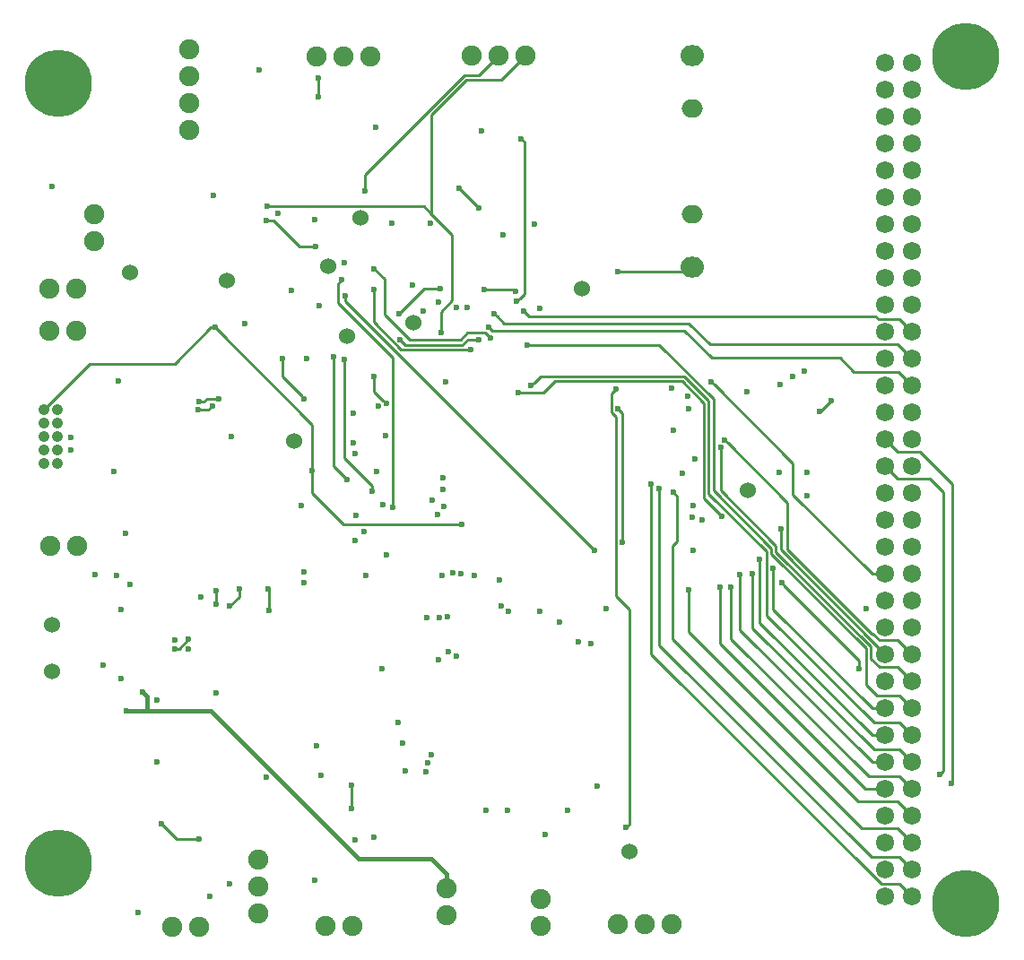
<source format=gbr>
G04 #@! TF.FileFunction,Copper,L4,Bot,Signal*
%FSLAX46Y46*%
G04 Gerber Fmt 4.6, Leading zero omitted, Abs format (unit mm)*
G04 Created by KiCad (PCBNEW 4.0.4-stable) date Thursday, April 19, 2018 'PMt' 11:46:15 PM*
%MOMM*%
%LPD*%
G01*
G04 APERTURE LIST*
%ADD10C,0.100000*%
%ADD11C,6.350000*%
%ADD12C,1.900000*%
%ADD13C,1.720000*%
%ADD14C,1.524000*%
%ADD15O,2.200000X1.950000*%
%ADD16O,2.000000X1.700000*%
%ADD17C,1.050000*%
%ADD18C,0.600000*%
%ADD19C,0.400000*%
%ADD20C,0.250000*%
G04 APERTURE END LIST*
D10*
D11*
X190810000Y-105090000D03*
D12*
X124000000Y-106000000D03*
X124000000Y-103460000D03*
X124000000Y-100920000D03*
D13*
X183190000Y-25710000D03*
X183190000Y-28250000D03*
X183190000Y-30790000D03*
X183190000Y-33330000D03*
X183190000Y-35870000D03*
X183190000Y-38410000D03*
X183190000Y-40950000D03*
X183190000Y-43490000D03*
X183190000Y-46030000D03*
X183190000Y-48570000D03*
X183190000Y-51110000D03*
X183190000Y-53650000D03*
X183190000Y-56190000D03*
X183190000Y-58730000D03*
X183190000Y-61270000D03*
X183190000Y-63810000D03*
X183190000Y-66350000D03*
X183190000Y-68890000D03*
X183190000Y-71430000D03*
X183190000Y-73970000D03*
X183190000Y-76510000D03*
X183190000Y-79050000D03*
X183190000Y-81590000D03*
X183190000Y-84130000D03*
X183190000Y-86670000D03*
X183190000Y-89210000D03*
X183190000Y-91750000D03*
X183190000Y-94290000D03*
X183190000Y-96830000D03*
X183190000Y-99370000D03*
X183190000Y-101910000D03*
X183190000Y-104450000D03*
X185730000Y-25710000D03*
X185730000Y-28250000D03*
X185730000Y-30790000D03*
X185730000Y-33330000D03*
X185730000Y-35870000D03*
X185730000Y-38410000D03*
X185730000Y-40950000D03*
X185730000Y-43490000D03*
X185730000Y-46030000D03*
X185730000Y-48570000D03*
X185730000Y-51110000D03*
X185730000Y-53650000D03*
X185730000Y-56190000D03*
X185730000Y-58730000D03*
X185730000Y-61270000D03*
X185730000Y-63810000D03*
X185730000Y-66350000D03*
X185730000Y-68890000D03*
X185730000Y-71430000D03*
X185730000Y-73970000D03*
X185730000Y-76510000D03*
X185730000Y-79050000D03*
X185730000Y-81590000D03*
X185730000Y-84130000D03*
X185730000Y-86670000D03*
X185730000Y-89210000D03*
X185730000Y-91750000D03*
X185730000Y-94290000D03*
X185730000Y-96830000D03*
X185730000Y-99370000D03*
X185730000Y-101910000D03*
X185730000Y-104450000D03*
D12*
X141732000Y-103632000D03*
X141732000Y-106172000D03*
X163000000Y-107000000D03*
X160460000Y-107000000D03*
X157920000Y-107000000D03*
X130302000Y-107188000D03*
X132842000Y-107188000D03*
X118420000Y-107300000D03*
X115880000Y-107300000D03*
D14*
X104500000Y-83200000D03*
X104500000Y-78800000D03*
D12*
X117500000Y-29520000D03*
X117500000Y-26980000D03*
X117500000Y-24440000D03*
X117500000Y-32060000D03*
X134540000Y-25075000D03*
X132000000Y-25075000D03*
X129460000Y-25075000D03*
X144120000Y-25000000D03*
X146660000Y-25000000D03*
X149200000Y-25000000D03*
X104340000Y-71310000D03*
X106880000Y-71310000D03*
X108500000Y-42500000D03*
X108500000Y-39960000D03*
D14*
X154520000Y-47050000D03*
X170250000Y-66040000D03*
X133650000Y-40350000D03*
X138600000Y-50200000D03*
X130550000Y-44870000D03*
X127380000Y-61400000D03*
X132360000Y-51480000D03*
X121000000Y-46250000D03*
D12*
X104230000Y-47000000D03*
X106770000Y-47000000D03*
D11*
X105080000Y-27620000D03*
X105080000Y-101280000D03*
X190810000Y-25080000D03*
D12*
X150622000Y-107188000D03*
X150622000Y-104648000D03*
D15*
X165000000Y-45000000D03*
X165000000Y-25000000D03*
D16*
X165000000Y-40000000D03*
X165000000Y-30000000D03*
D17*
X105000000Y-63540000D03*
X105000000Y-62270000D03*
X105000000Y-61000000D03*
X105000000Y-59730000D03*
X105000000Y-58460000D03*
X103730000Y-63540000D03*
X103730000Y-62270000D03*
X103730000Y-61000000D03*
X103730000Y-59730000D03*
X103730000Y-58460000D03*
D14*
X159010000Y-100180000D03*
D12*
X104230000Y-51000000D03*
X106770000Y-51000000D03*
D14*
X111840000Y-45490000D03*
D18*
X165213703Y-63133639D03*
X135315166Y-58092706D03*
X133999983Y-69983592D03*
X135700000Y-82900000D03*
X155956000Y-93980000D03*
X135130000Y-64320000D03*
X150610000Y-48903970D03*
X173270000Y-56070000D03*
X132131655Y-44540975D03*
X129280000Y-40490000D03*
X124765018Y-93154982D03*
X106270000Y-62270000D03*
X114460000Y-91740000D03*
X173170000Y-64340000D03*
X145510000Y-96250000D03*
X147560000Y-96250000D03*
X142670298Y-48756071D03*
X139600894Y-49128749D03*
X133135264Y-62619826D03*
X128550000Y-53630000D03*
X133239433Y-68420566D03*
X122718827Y-50283768D03*
X143735010Y-48808134D03*
X132970000Y-61580000D03*
X111497067Y-70158608D03*
X106270000Y-61040000D03*
X142691320Y-81689238D03*
X141952924Y-81275289D03*
X134135010Y-74128998D03*
X129480000Y-90160000D03*
X121280000Y-103260000D03*
X153162000Y-96266000D03*
X137830000Y-92560000D03*
X165091002Y-67476117D03*
X154241744Y-80364004D03*
X165005360Y-68606778D03*
X165875815Y-68817044D03*
X164501194Y-57159447D03*
X156817223Y-77226570D03*
X150546842Y-77527153D03*
X164603987Y-58381605D03*
X155357698Y-80499445D03*
X129770000Y-48660000D03*
X127140000Y-47210000D03*
X133100000Y-70790000D03*
X133000000Y-58800000D03*
X164040000Y-64420000D03*
X150060000Y-40940000D03*
X140280000Y-40810000D03*
X119760000Y-38240000D03*
X121450000Y-61020000D03*
X110809885Y-55749348D03*
X111537875Y-86896960D03*
X113028111Y-85089137D03*
X111880000Y-74970000D03*
X108610000Y-74010000D03*
X110600000Y-74110000D03*
X119993505Y-85230887D03*
X111000000Y-83800000D03*
X111000000Y-77300000D03*
X118548521Y-76098232D03*
X109377085Y-82609551D03*
X114450000Y-85880000D03*
X175800000Y-66600000D03*
X175800000Y-64400000D03*
X128300000Y-74740000D03*
X128300000Y-73770000D03*
X124923501Y-75346058D03*
X124977567Y-77407051D03*
X104500009Y-37320000D03*
X110390000Y-64300000D03*
X128090000Y-67480000D03*
X170130000Y-56750000D03*
X163039162Y-56375010D03*
X145110000Y-32150000D03*
X119441007Y-104428973D03*
X151080000Y-98550000D03*
X147067473Y-41924234D03*
X141033922Y-48282383D03*
X125890161Y-39914990D03*
X136049234Y-60893309D03*
X135787670Y-67374790D03*
X135105017Y-31796872D03*
X124090000Y-26360000D03*
X165058631Y-71755498D03*
X134874000Y-98806000D03*
X152400000Y-78486000D03*
X136630000Y-40870000D03*
X133096000Y-99060000D03*
X141046261Y-82064873D03*
X138590000Y-46650000D03*
X129286000Y-102870000D03*
X163196176Y-60349925D03*
X148316325Y-47242425D03*
X145335664Y-47111885D03*
X141195964Y-47035737D03*
X157970000Y-45420000D03*
X137260000Y-49410000D03*
X132806478Y-93955078D03*
X132820000Y-96110000D03*
X139787438Y-92615071D03*
X141060000Y-78050000D03*
X189420000Y-93770000D03*
X139980781Y-91838774D03*
X141859843Y-78033600D03*
X188350000Y-92870000D03*
X137225930Y-87960172D03*
X139890000Y-78050000D03*
X137644189Y-89962072D03*
X136059988Y-72114429D03*
X131880000Y-46200000D03*
X173344234Y-69713470D03*
X136710000Y-67700000D03*
X140907774Y-68359030D03*
X172604600Y-73407898D03*
X142353098Y-73860422D03*
X171354589Y-72605755D03*
X141335314Y-74068034D03*
X169493351Y-74012138D03*
X120040000Y-75560000D03*
X120040000Y-76840000D03*
X167590000Y-75230000D03*
X168600114Y-75233580D03*
X146763681Y-74555010D03*
X164629867Y-75471476D03*
X163150000Y-66240000D03*
X161857080Y-65914989D03*
X161103344Y-65464978D03*
X112670000Y-105970000D03*
X114868467Y-97555031D03*
X118380000Y-98990000D03*
X158710000Y-97920000D03*
X157750000Y-56470000D03*
X145899260Y-51683449D03*
X134940022Y-45135173D03*
X134872062Y-47108213D03*
X144068607Y-52795577D03*
X132158017Y-47672638D03*
X129410000Y-42990000D03*
X124740000Y-40540000D03*
X155730000Y-71755498D03*
X144842663Y-51799433D03*
X137388051Y-51811949D03*
X144840000Y-39370000D03*
X142990000Y-37530000D03*
X129670000Y-28910000D03*
X129630000Y-27150000D03*
X148381350Y-48229033D03*
X148830000Y-32830000D03*
X157950000Y-58390000D03*
X158380000Y-71010000D03*
X134737873Y-66107874D03*
X132150000Y-53670000D03*
X134060000Y-37770000D03*
X124791948Y-39258052D03*
X141249988Y-51171990D03*
X118274773Y-58469633D03*
X119694118Y-58062521D03*
X136084990Y-57875010D03*
X134948443Y-55303960D03*
X120231741Y-57384532D03*
X118423416Y-57683551D03*
X129930000Y-92980000D03*
X147574000Y-77470000D03*
X129098432Y-64173212D03*
X119940000Y-50690000D03*
X143238701Y-69248322D03*
X128310811Y-57406519D03*
X126240000Y-53620000D03*
X132344612Y-65039698D03*
X131080000Y-53460000D03*
X122184184Y-75364080D03*
X121290012Y-76990000D03*
X173418170Y-74801039D03*
X180725001Y-82884271D03*
X144350000Y-74140000D03*
X174481901Y-55269535D03*
X141503833Y-67598959D03*
X175573504Y-54756479D03*
X140439555Y-66964919D03*
X178100000Y-57600000D03*
X177000000Y-58600000D03*
X181406039Y-77213961D03*
X166776296Y-55807635D03*
X141715912Y-55834651D03*
X149052204Y-49152994D03*
X146258281Y-49347044D03*
X145785459Y-50690239D03*
X170653710Y-73965273D03*
X143145238Y-73972377D03*
X167751817Y-68473966D03*
X148510216Y-56847951D03*
X146935776Y-76987621D03*
X140290846Y-91046393D03*
X141442583Y-64905699D03*
X168048528Y-61294979D03*
X141442583Y-65976364D03*
X167654473Y-61995523D03*
X149399586Y-52330000D03*
X149734668Y-56189988D03*
X117399264Y-81075000D03*
X116100000Y-80200000D03*
X117399264Y-80150000D03*
X116100000Y-81025000D03*
D19*
X111962139Y-86896960D02*
X111537875Y-86896960D01*
X113443040Y-86896960D02*
X111962139Y-86896960D01*
X113450000Y-86890000D02*
X113443040Y-86896960D01*
X113328110Y-85389136D02*
X113028111Y-85089137D01*
X113450000Y-85511026D02*
X113328110Y-85389136D01*
X113450000Y-86890000D02*
X113450000Y-85511026D01*
X113450000Y-86890000D02*
X119490000Y-86890000D01*
X119490000Y-86890000D02*
X133490000Y-100890000D01*
X133490000Y-100890000D02*
X140333502Y-100890000D01*
X140333502Y-100890000D02*
X141732000Y-102288498D01*
X141732000Y-102288498D02*
X141732000Y-103632000D01*
D20*
X124977567Y-75400124D02*
X124923501Y-75346058D01*
X124977567Y-77407051D02*
X124977567Y-75400124D01*
X148185785Y-47111885D02*
X148316325Y-47242425D01*
X145335664Y-47111885D02*
X148185785Y-47111885D01*
X140771700Y-47035737D02*
X141195964Y-47035737D01*
X139634263Y-47035737D02*
X140771700Y-47035737D01*
X137260000Y-49410000D02*
X139634263Y-47035737D01*
X157970000Y-45420000D02*
X164580000Y-45420000D01*
X164580000Y-45420000D02*
X165000000Y-45000000D01*
X132820000Y-96110000D02*
X132820000Y-93968600D01*
X132820000Y-93968600D02*
X132806478Y-93955078D01*
X189510000Y-65490000D02*
X189510000Y-93680000D01*
X189510000Y-93680000D02*
X189420000Y-93770000D01*
X186475001Y-62455001D02*
X189510000Y-65490000D01*
X183190000Y-61270000D02*
X184375001Y-62455001D01*
X184375001Y-62455001D02*
X186475001Y-62455001D01*
X188630000Y-66190000D02*
X188630000Y-92590000D01*
X188630000Y-92590000D02*
X188350000Y-92870000D01*
X187435001Y-64995001D02*
X188630000Y-66190000D01*
X183190000Y-63810000D02*
X184375001Y-64995001D01*
X184375001Y-64995001D02*
X187435001Y-64995001D01*
X136710000Y-67700000D02*
X136710000Y-53520000D01*
X131533015Y-48343015D02*
X131533015Y-46546985D01*
X136710000Y-53520000D02*
X131533015Y-48343015D01*
X131533015Y-46546985D02*
X131880000Y-46200000D01*
X173344234Y-70137734D02*
X173344234Y-69713470D01*
X173344234Y-71688814D02*
X173344234Y-70137734D01*
X183190000Y-81590000D02*
X182330001Y-80730001D01*
X182330001Y-80674581D02*
X173344234Y-71688814D01*
X182330001Y-80730001D02*
X182330001Y-80674581D01*
X183190000Y-86670000D02*
X181973777Y-86670000D01*
X181973777Y-86670000D02*
X172604600Y-77300823D01*
X172604600Y-77300823D02*
X172604600Y-73832162D01*
X172604600Y-73832162D02*
X172604600Y-73407898D01*
X183190000Y-89210000D02*
X181973777Y-89210000D01*
X181973777Y-89210000D02*
X171354589Y-78590812D01*
X171354589Y-78590812D02*
X171354589Y-73030019D01*
X171354589Y-73030019D02*
X171354589Y-72605755D01*
X169493351Y-74012138D02*
X169493351Y-74436402D01*
X169493351Y-74436402D02*
X169490000Y-74439753D01*
X169490000Y-79266223D02*
X181973777Y-91750000D01*
X169490000Y-74439753D02*
X169490000Y-79266223D01*
X181973777Y-91750000D02*
X183190000Y-91750000D01*
X120040000Y-76840000D02*
X120040000Y-75560000D01*
X167590000Y-75230000D02*
X167590000Y-75654264D01*
X167590000Y-75654264D02*
X167576918Y-75667346D01*
X167576918Y-75667346D02*
X167576918Y-80544497D01*
X183190000Y-94290000D02*
X181322421Y-94290000D01*
X181322421Y-94290000D02*
X167576918Y-80544497D01*
X184544999Y-93104999D02*
X181610968Y-93104999D01*
X185730000Y-94290000D02*
X184544999Y-93104999D01*
X168600114Y-75657844D02*
X168600114Y-75233580D01*
X181610968Y-93104999D02*
X168600114Y-80094145D01*
X168600114Y-80094145D02*
X168600114Y-75657844D01*
X185730000Y-96830000D02*
X184375001Y-95475001D01*
X164629867Y-79456863D02*
X164629867Y-75895740D01*
X184375001Y-95475001D02*
X180648005Y-95475001D01*
X180648005Y-95475001D02*
X164629867Y-79456863D01*
X164629867Y-75895740D02*
X164629867Y-75471476D01*
X163150000Y-66240000D02*
X163546868Y-66636868D01*
X163546868Y-66636868D02*
X163546868Y-70890821D01*
X163546868Y-70890821D02*
X163094976Y-71342713D01*
X163094976Y-71342713D02*
X163094976Y-80118736D01*
X163094976Y-80118736D02*
X180991241Y-98015001D01*
X180991241Y-98015001D02*
X184375001Y-98015001D01*
X184375001Y-98015001D02*
X184544999Y-98184999D01*
X184544999Y-98184999D02*
X185730000Y-99370000D01*
X185730000Y-101910000D02*
X184544999Y-100724999D01*
X184544999Y-100724999D02*
X181866274Y-100724999D01*
X181866274Y-100724999D02*
X161857080Y-80715805D01*
X161857080Y-66339253D02*
X161857080Y-65914989D01*
X161857080Y-80715805D02*
X161857080Y-66339253D01*
X161103344Y-81577146D02*
X161103344Y-65889242D01*
X161103344Y-65889242D02*
X161103344Y-65464978D01*
X182791197Y-103264999D02*
X161103344Y-81577146D01*
X185730000Y-104450000D02*
X184544999Y-103264999D01*
X184544999Y-103264999D02*
X182791197Y-103264999D01*
X115168466Y-97855030D02*
X114868467Y-97555031D01*
X118380000Y-98990000D02*
X116303436Y-98990000D01*
X116303436Y-98990000D02*
X115168466Y-97855030D01*
X159030000Y-77340000D02*
X159030000Y-94730000D01*
X159030000Y-97600000D02*
X159030000Y-94730000D01*
X159030000Y-94730000D02*
X159030000Y-95100000D01*
X158710000Y-97920000D02*
X159030000Y-97600000D01*
X157750000Y-76060000D02*
X159030000Y-77340000D01*
X157750000Y-59115004D02*
X157750000Y-76060000D01*
X157324998Y-58690002D02*
X157750000Y-59115004D01*
X157324998Y-56895002D02*
X157324998Y-58690002D01*
X157750000Y-56470000D02*
X157324998Y-56895002D01*
X134940022Y-45135173D02*
X135884256Y-46079407D01*
X135884256Y-49424256D02*
X138257000Y-51797000D01*
X135884256Y-46079407D02*
X135884256Y-49424256D01*
X138257000Y-51797000D02*
X143133000Y-51797000D01*
X143133000Y-51797000D02*
X143755569Y-51174431D01*
X143755569Y-51174431D02*
X145390242Y-51174431D01*
X145390242Y-51174431D02*
X145899260Y-51683449D01*
X134872062Y-50180964D02*
X134872062Y-47532477D01*
X137486675Y-52795577D02*
X134872062Y-50180964D01*
X144068607Y-52795577D02*
X137486675Y-52795577D01*
X134872062Y-47532477D02*
X134872062Y-47108213D01*
X132158017Y-48183515D02*
X132158017Y-48096902D01*
X155730000Y-71755498D02*
X132158017Y-48183515D01*
X132158017Y-48096902D02*
X132158017Y-47672638D01*
X124740000Y-40540000D02*
X125447002Y-40540000D01*
X125447002Y-40540000D02*
X127897002Y-42990000D01*
X127897002Y-42990000D02*
X129410000Y-42990000D01*
X144418399Y-51799433D02*
X144842663Y-51799433D01*
X143236400Y-52330011D02*
X143766978Y-51799433D01*
X137388051Y-51811949D02*
X137906113Y-52330011D01*
X137906113Y-52330011D02*
X143236400Y-52330011D01*
X143766978Y-51799433D02*
X144418399Y-51799433D01*
X142990000Y-37530000D02*
X144830000Y-39370000D01*
X144830000Y-39370000D02*
X144840000Y-39370000D01*
X129630000Y-27150000D02*
X129630000Y-28870000D01*
X129630000Y-28870000D02*
X129670000Y-28910000D01*
X148830000Y-32830000D02*
X149129999Y-33129999D01*
X149129999Y-47480384D02*
X148681349Y-47929034D01*
X149129999Y-33129999D02*
X149129999Y-47480384D01*
X148681349Y-47929034D02*
X148381350Y-48229033D01*
X129610000Y-25225000D02*
X129460000Y-25075000D01*
X158380000Y-71010000D02*
X158380000Y-58820000D01*
X158380000Y-58820000D02*
X157950000Y-58390000D01*
X144820000Y-26840000D02*
X146660000Y-25000000D01*
X134060000Y-37770000D02*
X134060000Y-36230000D01*
X134060000Y-36230000D02*
X143450000Y-26840000D01*
X143450000Y-26840000D02*
X144820000Y-26840000D01*
X132150000Y-53670000D02*
X132150000Y-63046343D01*
X134737873Y-65683610D02*
X134737873Y-66107874D01*
X132150000Y-63046343D02*
X134737873Y-65634216D01*
X134737873Y-65634216D02*
X134737873Y-65683610D01*
X146909990Y-27290010D02*
X149200000Y-25000000D01*
X143636400Y-27290010D02*
X146909990Y-27290010D01*
X140348192Y-39950000D02*
X140348192Y-30578218D01*
X140348192Y-30578218D02*
X143636400Y-27290010D01*
X140348192Y-39950000D02*
X142287001Y-41888809D01*
X142287001Y-41888809D02*
X142287001Y-48149770D01*
X142287001Y-48149770D02*
X141249988Y-49186783D01*
X141249988Y-50747726D02*
X141249988Y-51171990D01*
X141249988Y-49186783D02*
X141249988Y-50747726D01*
X140348192Y-39950000D02*
X139656244Y-39258052D01*
X139656244Y-39258052D02*
X125216212Y-39258052D01*
X125216212Y-39258052D02*
X124791948Y-39258052D01*
X118699037Y-58469633D02*
X118274773Y-58469633D01*
X119694118Y-58062521D02*
X119287006Y-58469633D01*
X119287006Y-58469633D02*
X118699037Y-58469633D01*
X134948443Y-56738463D02*
X135784991Y-57575011D01*
X135784991Y-57575011D02*
X136084990Y-57875010D01*
X134948443Y-55303960D02*
X134948443Y-56738463D01*
X119807477Y-57384532D02*
X120231741Y-57384532D01*
X119146699Y-57384532D02*
X119807477Y-57384532D01*
X118423416Y-57683551D02*
X118847680Y-57683551D01*
X118847680Y-57683551D02*
X119146699Y-57384532D01*
X129098432Y-64173212D02*
X129098432Y-66351247D01*
X129098432Y-66351247D02*
X131995507Y-69248322D01*
X131995507Y-69248322D02*
X143238701Y-69248322D01*
X116075736Y-54130000D02*
X108060000Y-54130000D01*
X108060000Y-54130000D02*
X103730000Y-58460000D01*
X119940000Y-50690000D02*
X119515736Y-50690000D01*
X119515736Y-50690000D02*
X116075736Y-54130000D01*
X119940000Y-50690000D02*
X129098432Y-59848432D01*
X129098432Y-59848432D02*
X129098432Y-64173212D01*
X126240000Y-53620000D02*
X126240000Y-55335708D01*
X128010812Y-57106520D02*
X128310811Y-57406519D01*
X126240000Y-55335708D02*
X128010812Y-57106520D01*
X132044613Y-64739699D02*
X132344612Y-65039698D01*
X131080000Y-63775086D02*
X132044613Y-64739699D01*
X131080000Y-53460000D02*
X131080000Y-63775086D01*
X122184184Y-76095828D02*
X122184184Y-75788344D01*
X121290012Y-76990000D02*
X122184184Y-76095828D01*
X122184184Y-75788344D02*
X122184184Y-75364080D01*
X173718169Y-75101038D02*
X173418170Y-74801039D01*
X180725001Y-82884271D02*
X180725001Y-82107870D01*
X180725001Y-82107870D02*
X173718169Y-75101038D01*
X177000000Y-58600000D02*
X177100000Y-58600000D01*
X177100000Y-58600000D02*
X178100000Y-57600000D01*
X167076295Y-56107634D02*
X166776296Y-55807635D01*
X174450970Y-63482309D02*
X167076295Y-56107634D01*
X174450970Y-66447193D02*
X174450970Y-63482309D01*
X181973777Y-73970000D02*
X174450970Y-66447193D01*
X183190000Y-73970000D02*
X181973777Y-73970000D01*
X185730000Y-51110000D02*
X184544999Y-49924999D01*
X184544999Y-49924999D02*
X182551019Y-49924999D01*
X182551019Y-49924999D02*
X182275089Y-49649069D01*
X182275089Y-49649069D02*
X149548279Y-49649069D01*
X149548279Y-49649069D02*
X149352203Y-49452993D01*
X149352203Y-49452993D02*
X149052204Y-49152994D01*
X185730000Y-53650000D02*
X184375001Y-52295001D01*
X184375001Y-52295001D02*
X166659863Y-52295001D01*
X166659863Y-52295001D02*
X164658753Y-50293891D01*
X164658753Y-50293891D02*
X147205128Y-50293891D01*
X147205128Y-50293891D02*
X146558280Y-49647043D01*
X146558280Y-49647043D02*
X146258281Y-49347044D01*
X146085458Y-50990238D02*
X145785459Y-50690239D01*
X164230238Y-50990238D02*
X146085458Y-50990238D01*
X180209317Y-54867953D02*
X178900552Y-53559188D01*
X185730000Y-56190000D02*
X184407953Y-54867953D01*
X184407953Y-54867953D02*
X180209317Y-54867953D01*
X178900552Y-53559188D02*
X166799188Y-53559188D01*
X166799188Y-53559188D02*
X164230238Y-50990238D01*
X185730000Y-91750000D02*
X184544999Y-90564999D01*
X170653710Y-74389537D02*
X170653710Y-73965273D01*
X184544999Y-90564999D02*
X182114096Y-90564999D01*
X182114096Y-90564999D02*
X170653710Y-79104613D01*
X170653710Y-79104613D02*
X170653710Y-74389537D01*
X166076560Y-66798709D02*
X167451818Y-68173967D01*
X150884562Y-56847951D02*
X151982513Y-55750000D01*
X148510216Y-56847951D02*
X150884562Y-56847951D01*
X166076560Y-57833149D02*
X166076560Y-66798709D01*
X167451818Y-68173967D02*
X167751817Y-68473966D01*
X163993411Y-55750000D02*
X166076560Y-57833149D01*
X151982513Y-55750000D02*
X163993411Y-55750000D01*
X168348527Y-61594978D02*
X168048528Y-61294979D01*
X182004999Y-79618801D02*
X181910632Y-79618801D01*
X173969236Y-67215687D02*
X168348527Y-61594978D01*
X181910632Y-79618801D02*
X173969236Y-71677405D01*
X182621199Y-80235001D02*
X182004999Y-79618801D01*
X184375001Y-80235001D02*
X182621199Y-80235001D01*
X185730000Y-81590000D02*
X184375001Y-80235001D01*
X173969236Y-71677405D02*
X173969236Y-67215687D01*
X181800022Y-81953824D02*
X181800022Y-80781013D01*
X167654473Y-62419787D02*
X167654473Y-61995523D01*
X182621199Y-82775001D02*
X181800022Y-81953824D01*
X167654473Y-66054623D02*
X167654473Y-62419787D01*
X181800022Y-80781013D02*
X172879612Y-71860603D01*
X184375001Y-82775001D02*
X182621199Y-82775001D01*
X185730000Y-84130000D02*
X184375001Y-82775001D01*
X172879612Y-71860603D02*
X172879612Y-71279762D01*
X172879612Y-71279762D02*
X167654473Y-66054623D01*
X181350011Y-80967413D02*
X172429601Y-72047003D01*
X166976582Y-66075964D02*
X166976582Y-57437011D01*
X185730000Y-86670000D02*
X184544999Y-85484999D01*
X166976582Y-57437011D02*
X161869571Y-52330000D01*
X181350011Y-84423454D02*
X181350011Y-80967413D01*
X184544999Y-85484999D02*
X182411556Y-85484999D01*
X182411556Y-85484999D02*
X181350011Y-84423454D01*
X172429601Y-72047003D02*
X172429601Y-71528983D01*
X172429601Y-71528983D02*
X166976582Y-66075964D01*
X149823850Y-52330000D02*
X149399586Y-52330000D01*
X161869571Y-52330000D02*
X149823850Y-52330000D01*
X150034667Y-55889989D02*
X149734668Y-56189988D01*
X150624667Y-55299989D02*
X150034667Y-55889989D01*
X166526571Y-57623411D02*
X164203149Y-55299989D01*
X166526571Y-66364822D02*
X166526571Y-57623411D01*
X182120003Y-88024999D02*
X171979590Y-77884586D01*
X185730000Y-89210000D02*
X184544999Y-88024999D01*
X171979590Y-71817841D02*
X166526571Y-66364822D01*
X184544999Y-88024999D02*
X182120003Y-88024999D01*
X171979590Y-77884586D02*
X171979590Y-71817841D01*
X164203149Y-55299989D02*
X150624667Y-55299989D01*
X116100000Y-81025000D02*
X116524264Y-81025000D01*
X116524264Y-81025000D02*
X117399264Y-80150000D01*
M02*

</source>
